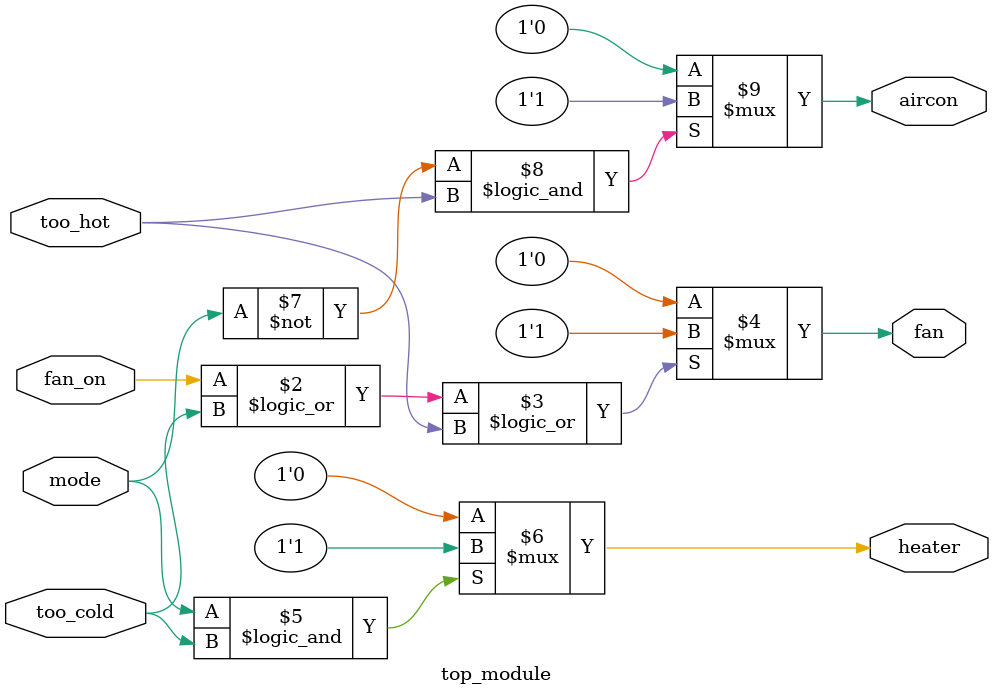
<source format=sv>
module top_module(
  input mode,
  input too_cold,
  input too_hot,
  input fan_on,
  output reg heater,
  output reg aircon,
  output reg fan
);

  always @(mode, too_cold, too_hot, fan_on)
  begin
    fan = (fan_on || too_cold || too_hot) ? 1'b1 : 1'b0;
    heater = (mode && too_cold) ? 1'b1 : 1'b0;
    aircon = (~mode && too_hot) ? 1'b1 : 1'b0;
  end

endmodule

</source>
